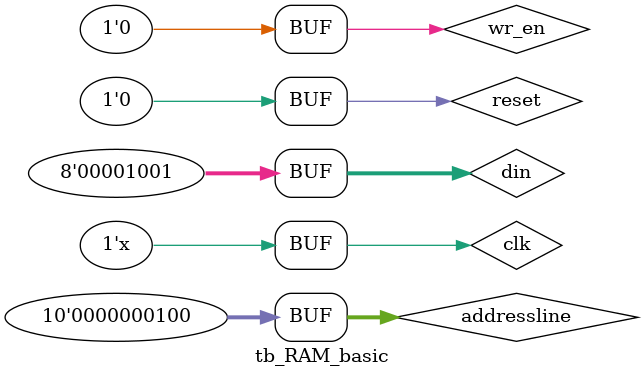
<source format=v>
module RAM_basic #(parameter datawidth =8 ,adresswidth=10)(
    input clk,reset,wr_en,
    input [adresswidth-1:0]addressline,
    input [datawidth-1:0]din,
    output reg [datawidth-1:0]dout
);
    reg [datawidth-1:0]registar[2**adresswidth-1:0];

    always @(posedge clk ) begin
        if(reset)begin
            dout<=0;
        end
        else begin
            if (wr_en==1) begin
                registar[addressline]<=din;
            end 
            else begin
                dout<=registar[addressline];
            end
        end
    end
endmodule //RAM_basic

module tb_RAM_basic (
    
);
    parameter datawidth =8 ,adresswidth=10;
    reg clk,reset,wr_en;
    reg [adresswidth-1:0]addressline;
    reg [datawidth-1:0]din;
    wire [datawidth-1:0]dout;
    initial begin
        clk=0;reset=0;wr_en=1;
        addressline=10'd0;din=8'd5;#10;
        addressline=10'd1;din=8'd6;#10;
        addressline=10'd2;din=8'd7;#10;
        addressline=10'd3;din=8'd8;#10;
        addressline=10'd4;din=8'd9;#10;
        wr_en=0;
        addressline=10'd0;#10;
        addressline=10'd1;#10;
        addressline=10'd2;#10;
        addressline=10'd3;#10;
        addressline=10'd4;#10;
    end 
    always #5 clk=~clk;

    RAM_basic a1(clk,reset,wr_en,addressline,din,dout);
endmodule //RAM_basic

</source>
